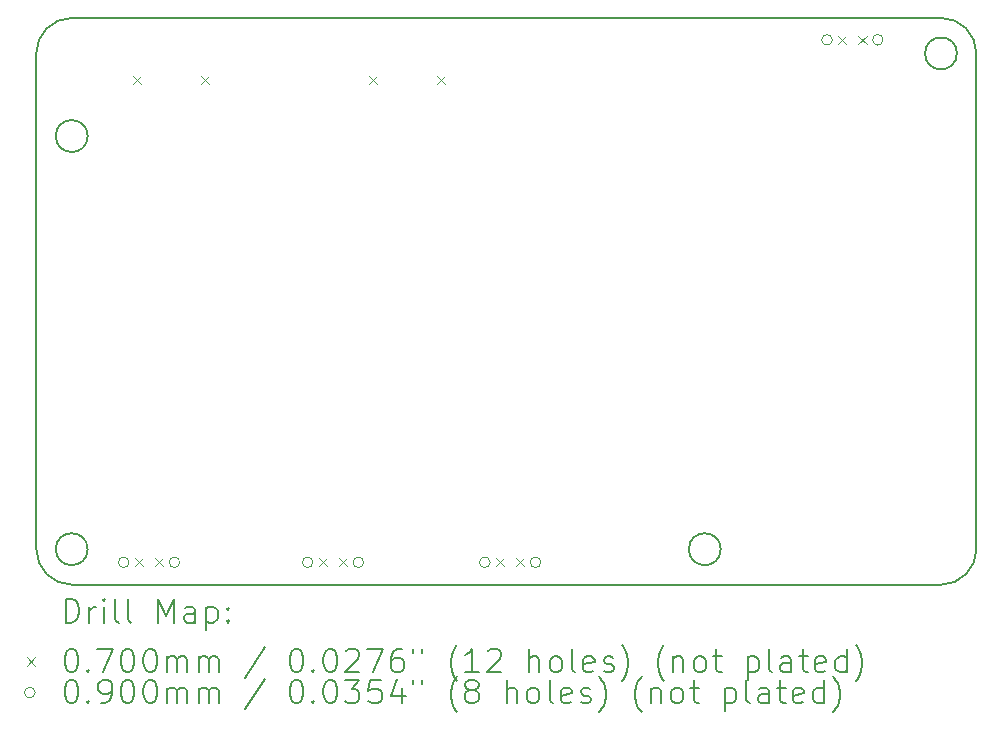
<source format=gbr>
%TF.GenerationSoftware,KiCad,Pcbnew,8.0.2*%
%TF.CreationDate,2024-05-30T21:42:03+08:00*%
%TF.ProjectId,pppc_usb_hub,70707063-5f75-4736-925f-6875622e6b69,rev?*%
%TF.SameCoordinates,Original*%
%TF.FileFunction,Drillmap*%
%TF.FilePolarity,Positive*%
%FSLAX45Y45*%
G04 Gerber Fmt 4.5, Leading zero omitted, Abs format (unit mm)*
G04 Created by KiCad (PCBNEW 8.0.2) date 2024-05-30 21:42:03*
%MOMM*%
%LPD*%
G01*
G04 APERTURE LIST*
%ADD10C,0.200000*%
%ADD11C,0.100000*%
G04 APERTURE END LIST*
D10*
X11170000Y-8101000D02*
X18530000Y-8101000D01*
X18665000Y-8401000D02*
G75*
G02*
X18395000Y-8401000I-135000J0D01*
G01*
X18395000Y-8401000D02*
G75*
G02*
X18665000Y-8401000I135000J0D01*
G01*
X18530000Y-12899000D02*
X11170000Y-12899000D01*
X10870000Y-12599000D02*
X10870000Y-8401000D01*
X11170000Y-12899000D02*
G75*
G02*
X10870000Y-12599000I0J300000D01*
G01*
X11305000Y-9101000D02*
G75*
G02*
X11035000Y-9101000I-135000J0D01*
G01*
X11035000Y-9101000D02*
G75*
G02*
X11305000Y-9101000I135000J0D01*
G01*
X18830000Y-12599000D02*
G75*
G02*
X18530000Y-12899000I-300000J0D01*
G01*
X11305000Y-12599000D02*
G75*
G02*
X11035000Y-12599000I-135000J0D01*
G01*
X11035000Y-12599000D02*
G75*
G02*
X11305000Y-12599000I135000J0D01*
G01*
X10870000Y-8401000D02*
G75*
G02*
X11170000Y-8101000I300000J0D01*
G01*
X18530000Y-8101000D02*
G75*
G02*
X18830000Y-8401000I0J-300000D01*
G01*
X16665000Y-12599000D02*
G75*
G02*
X16395000Y-12599000I-135000J0D01*
G01*
X16395000Y-12599000D02*
G75*
G02*
X16665000Y-12599000I135000J0D01*
G01*
X18830000Y-8401000D02*
X18830000Y-12599000D01*
D11*
X11685890Y-8594340D02*
X11755890Y-8664340D01*
X11755890Y-8594340D02*
X11685890Y-8664340D01*
X11705000Y-12675000D02*
X11775000Y-12745000D01*
X11775000Y-12675000D02*
X11705000Y-12745000D01*
X11875000Y-12675000D02*
X11945000Y-12745000D01*
X11945000Y-12675000D02*
X11875000Y-12745000D01*
X12263890Y-8594340D02*
X12333890Y-8664340D01*
X12333890Y-8594340D02*
X12263890Y-8664340D01*
X13262410Y-12675000D02*
X13332410Y-12745000D01*
X13332410Y-12675000D02*
X13262410Y-12745000D01*
X13432410Y-12675000D02*
X13502410Y-12745000D01*
X13502410Y-12675000D02*
X13432410Y-12745000D01*
X13685890Y-8594340D02*
X13755890Y-8664340D01*
X13755890Y-8594340D02*
X13685890Y-8664340D01*
X14263890Y-8594340D02*
X14333890Y-8664340D01*
X14333890Y-8594340D02*
X14263890Y-8664340D01*
X14762410Y-12675000D02*
X14832410Y-12745000D01*
X14832410Y-12675000D02*
X14762410Y-12745000D01*
X14932410Y-12675000D02*
X15002410Y-12745000D01*
X15002410Y-12675000D02*
X14932410Y-12745000D01*
X17659990Y-8251350D02*
X17729990Y-8321350D01*
X17729990Y-8251350D02*
X17659990Y-8321350D01*
X17829990Y-8251350D02*
X17899990Y-8321350D01*
X17899990Y-8251350D02*
X17829990Y-8321350D01*
X11655000Y-12710000D02*
G75*
G02*
X11565000Y-12710000I-45000J0D01*
G01*
X11565000Y-12710000D02*
G75*
G02*
X11655000Y-12710000I45000J0D01*
G01*
X12085000Y-12710000D02*
G75*
G02*
X11995000Y-12710000I-45000J0D01*
G01*
X11995000Y-12710000D02*
G75*
G02*
X12085000Y-12710000I45000J0D01*
G01*
X13212410Y-12710000D02*
G75*
G02*
X13122410Y-12710000I-45000J0D01*
G01*
X13122410Y-12710000D02*
G75*
G02*
X13212410Y-12710000I45000J0D01*
G01*
X13642410Y-12710000D02*
G75*
G02*
X13552410Y-12710000I-45000J0D01*
G01*
X13552410Y-12710000D02*
G75*
G02*
X13642410Y-12710000I45000J0D01*
G01*
X14712410Y-12710000D02*
G75*
G02*
X14622410Y-12710000I-45000J0D01*
G01*
X14622410Y-12710000D02*
G75*
G02*
X14712410Y-12710000I45000J0D01*
G01*
X15142410Y-12710000D02*
G75*
G02*
X15052410Y-12710000I-45000J0D01*
G01*
X15052410Y-12710000D02*
G75*
G02*
X15142410Y-12710000I45000J0D01*
G01*
X17609990Y-8286350D02*
G75*
G02*
X17519990Y-8286350I-45000J0D01*
G01*
X17519990Y-8286350D02*
G75*
G02*
X17609990Y-8286350I45000J0D01*
G01*
X18039990Y-8286350D02*
G75*
G02*
X17949990Y-8286350I-45000J0D01*
G01*
X17949990Y-8286350D02*
G75*
G02*
X18039990Y-8286350I45000J0D01*
G01*
D10*
X11120777Y-13220484D02*
X11120777Y-13020484D01*
X11120777Y-13020484D02*
X11168396Y-13020484D01*
X11168396Y-13020484D02*
X11196967Y-13030008D01*
X11196967Y-13030008D02*
X11216015Y-13049055D01*
X11216015Y-13049055D02*
X11225539Y-13068103D01*
X11225539Y-13068103D02*
X11235062Y-13106198D01*
X11235062Y-13106198D02*
X11235062Y-13134769D01*
X11235062Y-13134769D02*
X11225539Y-13172865D01*
X11225539Y-13172865D02*
X11216015Y-13191912D01*
X11216015Y-13191912D02*
X11196967Y-13210960D01*
X11196967Y-13210960D02*
X11168396Y-13220484D01*
X11168396Y-13220484D02*
X11120777Y-13220484D01*
X11320777Y-13220484D02*
X11320777Y-13087150D01*
X11320777Y-13125246D02*
X11330301Y-13106198D01*
X11330301Y-13106198D02*
X11339824Y-13096674D01*
X11339824Y-13096674D02*
X11358872Y-13087150D01*
X11358872Y-13087150D02*
X11377920Y-13087150D01*
X11444586Y-13220484D02*
X11444586Y-13087150D01*
X11444586Y-13020484D02*
X11435062Y-13030008D01*
X11435062Y-13030008D02*
X11444586Y-13039531D01*
X11444586Y-13039531D02*
X11454110Y-13030008D01*
X11454110Y-13030008D02*
X11444586Y-13020484D01*
X11444586Y-13020484D02*
X11444586Y-13039531D01*
X11568396Y-13220484D02*
X11549348Y-13210960D01*
X11549348Y-13210960D02*
X11539824Y-13191912D01*
X11539824Y-13191912D02*
X11539824Y-13020484D01*
X11673158Y-13220484D02*
X11654110Y-13210960D01*
X11654110Y-13210960D02*
X11644586Y-13191912D01*
X11644586Y-13191912D02*
X11644586Y-13020484D01*
X11901729Y-13220484D02*
X11901729Y-13020484D01*
X11901729Y-13020484D02*
X11968396Y-13163341D01*
X11968396Y-13163341D02*
X12035062Y-13020484D01*
X12035062Y-13020484D02*
X12035062Y-13220484D01*
X12216015Y-13220484D02*
X12216015Y-13115722D01*
X12216015Y-13115722D02*
X12206491Y-13096674D01*
X12206491Y-13096674D02*
X12187443Y-13087150D01*
X12187443Y-13087150D02*
X12149348Y-13087150D01*
X12149348Y-13087150D02*
X12130301Y-13096674D01*
X12216015Y-13210960D02*
X12196967Y-13220484D01*
X12196967Y-13220484D02*
X12149348Y-13220484D01*
X12149348Y-13220484D02*
X12130301Y-13210960D01*
X12130301Y-13210960D02*
X12120777Y-13191912D01*
X12120777Y-13191912D02*
X12120777Y-13172865D01*
X12120777Y-13172865D02*
X12130301Y-13153817D01*
X12130301Y-13153817D02*
X12149348Y-13144293D01*
X12149348Y-13144293D02*
X12196967Y-13144293D01*
X12196967Y-13144293D02*
X12216015Y-13134769D01*
X12311253Y-13087150D02*
X12311253Y-13287150D01*
X12311253Y-13096674D02*
X12330301Y-13087150D01*
X12330301Y-13087150D02*
X12368396Y-13087150D01*
X12368396Y-13087150D02*
X12387443Y-13096674D01*
X12387443Y-13096674D02*
X12396967Y-13106198D01*
X12396967Y-13106198D02*
X12406491Y-13125246D01*
X12406491Y-13125246D02*
X12406491Y-13182388D01*
X12406491Y-13182388D02*
X12396967Y-13201436D01*
X12396967Y-13201436D02*
X12387443Y-13210960D01*
X12387443Y-13210960D02*
X12368396Y-13220484D01*
X12368396Y-13220484D02*
X12330301Y-13220484D01*
X12330301Y-13220484D02*
X12311253Y-13210960D01*
X12492205Y-13201436D02*
X12501729Y-13210960D01*
X12501729Y-13210960D02*
X12492205Y-13220484D01*
X12492205Y-13220484D02*
X12482682Y-13210960D01*
X12482682Y-13210960D02*
X12492205Y-13201436D01*
X12492205Y-13201436D02*
X12492205Y-13220484D01*
X12492205Y-13096674D02*
X12501729Y-13106198D01*
X12501729Y-13106198D02*
X12492205Y-13115722D01*
X12492205Y-13115722D02*
X12482682Y-13106198D01*
X12482682Y-13106198D02*
X12492205Y-13096674D01*
X12492205Y-13096674D02*
X12492205Y-13115722D01*
D11*
X10790000Y-13514000D02*
X10860000Y-13584000D01*
X10860000Y-13514000D02*
X10790000Y-13584000D01*
D10*
X11158872Y-13440484D02*
X11177920Y-13440484D01*
X11177920Y-13440484D02*
X11196967Y-13450008D01*
X11196967Y-13450008D02*
X11206491Y-13459531D01*
X11206491Y-13459531D02*
X11216015Y-13478579D01*
X11216015Y-13478579D02*
X11225539Y-13516674D01*
X11225539Y-13516674D02*
X11225539Y-13564293D01*
X11225539Y-13564293D02*
X11216015Y-13602388D01*
X11216015Y-13602388D02*
X11206491Y-13621436D01*
X11206491Y-13621436D02*
X11196967Y-13630960D01*
X11196967Y-13630960D02*
X11177920Y-13640484D01*
X11177920Y-13640484D02*
X11158872Y-13640484D01*
X11158872Y-13640484D02*
X11139824Y-13630960D01*
X11139824Y-13630960D02*
X11130301Y-13621436D01*
X11130301Y-13621436D02*
X11120777Y-13602388D01*
X11120777Y-13602388D02*
X11111253Y-13564293D01*
X11111253Y-13564293D02*
X11111253Y-13516674D01*
X11111253Y-13516674D02*
X11120777Y-13478579D01*
X11120777Y-13478579D02*
X11130301Y-13459531D01*
X11130301Y-13459531D02*
X11139824Y-13450008D01*
X11139824Y-13450008D02*
X11158872Y-13440484D01*
X11311253Y-13621436D02*
X11320777Y-13630960D01*
X11320777Y-13630960D02*
X11311253Y-13640484D01*
X11311253Y-13640484D02*
X11301729Y-13630960D01*
X11301729Y-13630960D02*
X11311253Y-13621436D01*
X11311253Y-13621436D02*
X11311253Y-13640484D01*
X11387443Y-13440484D02*
X11520777Y-13440484D01*
X11520777Y-13440484D02*
X11435062Y-13640484D01*
X11635062Y-13440484D02*
X11654110Y-13440484D01*
X11654110Y-13440484D02*
X11673158Y-13450008D01*
X11673158Y-13450008D02*
X11682682Y-13459531D01*
X11682682Y-13459531D02*
X11692205Y-13478579D01*
X11692205Y-13478579D02*
X11701729Y-13516674D01*
X11701729Y-13516674D02*
X11701729Y-13564293D01*
X11701729Y-13564293D02*
X11692205Y-13602388D01*
X11692205Y-13602388D02*
X11682682Y-13621436D01*
X11682682Y-13621436D02*
X11673158Y-13630960D01*
X11673158Y-13630960D02*
X11654110Y-13640484D01*
X11654110Y-13640484D02*
X11635062Y-13640484D01*
X11635062Y-13640484D02*
X11616015Y-13630960D01*
X11616015Y-13630960D02*
X11606491Y-13621436D01*
X11606491Y-13621436D02*
X11596967Y-13602388D01*
X11596967Y-13602388D02*
X11587443Y-13564293D01*
X11587443Y-13564293D02*
X11587443Y-13516674D01*
X11587443Y-13516674D02*
X11596967Y-13478579D01*
X11596967Y-13478579D02*
X11606491Y-13459531D01*
X11606491Y-13459531D02*
X11616015Y-13450008D01*
X11616015Y-13450008D02*
X11635062Y-13440484D01*
X11825539Y-13440484D02*
X11844586Y-13440484D01*
X11844586Y-13440484D02*
X11863634Y-13450008D01*
X11863634Y-13450008D02*
X11873158Y-13459531D01*
X11873158Y-13459531D02*
X11882682Y-13478579D01*
X11882682Y-13478579D02*
X11892205Y-13516674D01*
X11892205Y-13516674D02*
X11892205Y-13564293D01*
X11892205Y-13564293D02*
X11882682Y-13602388D01*
X11882682Y-13602388D02*
X11873158Y-13621436D01*
X11873158Y-13621436D02*
X11863634Y-13630960D01*
X11863634Y-13630960D02*
X11844586Y-13640484D01*
X11844586Y-13640484D02*
X11825539Y-13640484D01*
X11825539Y-13640484D02*
X11806491Y-13630960D01*
X11806491Y-13630960D02*
X11796967Y-13621436D01*
X11796967Y-13621436D02*
X11787443Y-13602388D01*
X11787443Y-13602388D02*
X11777920Y-13564293D01*
X11777920Y-13564293D02*
X11777920Y-13516674D01*
X11777920Y-13516674D02*
X11787443Y-13478579D01*
X11787443Y-13478579D02*
X11796967Y-13459531D01*
X11796967Y-13459531D02*
X11806491Y-13450008D01*
X11806491Y-13450008D02*
X11825539Y-13440484D01*
X11977920Y-13640484D02*
X11977920Y-13507150D01*
X11977920Y-13526198D02*
X11987443Y-13516674D01*
X11987443Y-13516674D02*
X12006491Y-13507150D01*
X12006491Y-13507150D02*
X12035063Y-13507150D01*
X12035063Y-13507150D02*
X12054110Y-13516674D01*
X12054110Y-13516674D02*
X12063634Y-13535722D01*
X12063634Y-13535722D02*
X12063634Y-13640484D01*
X12063634Y-13535722D02*
X12073158Y-13516674D01*
X12073158Y-13516674D02*
X12092205Y-13507150D01*
X12092205Y-13507150D02*
X12120777Y-13507150D01*
X12120777Y-13507150D02*
X12139824Y-13516674D01*
X12139824Y-13516674D02*
X12149348Y-13535722D01*
X12149348Y-13535722D02*
X12149348Y-13640484D01*
X12244586Y-13640484D02*
X12244586Y-13507150D01*
X12244586Y-13526198D02*
X12254110Y-13516674D01*
X12254110Y-13516674D02*
X12273158Y-13507150D01*
X12273158Y-13507150D02*
X12301729Y-13507150D01*
X12301729Y-13507150D02*
X12320777Y-13516674D01*
X12320777Y-13516674D02*
X12330301Y-13535722D01*
X12330301Y-13535722D02*
X12330301Y-13640484D01*
X12330301Y-13535722D02*
X12339824Y-13516674D01*
X12339824Y-13516674D02*
X12358872Y-13507150D01*
X12358872Y-13507150D02*
X12387443Y-13507150D01*
X12387443Y-13507150D02*
X12406491Y-13516674D01*
X12406491Y-13516674D02*
X12416015Y-13535722D01*
X12416015Y-13535722D02*
X12416015Y-13640484D01*
X12806491Y-13430960D02*
X12635063Y-13688103D01*
X13063634Y-13440484D02*
X13082682Y-13440484D01*
X13082682Y-13440484D02*
X13101729Y-13450008D01*
X13101729Y-13450008D02*
X13111253Y-13459531D01*
X13111253Y-13459531D02*
X13120777Y-13478579D01*
X13120777Y-13478579D02*
X13130301Y-13516674D01*
X13130301Y-13516674D02*
X13130301Y-13564293D01*
X13130301Y-13564293D02*
X13120777Y-13602388D01*
X13120777Y-13602388D02*
X13111253Y-13621436D01*
X13111253Y-13621436D02*
X13101729Y-13630960D01*
X13101729Y-13630960D02*
X13082682Y-13640484D01*
X13082682Y-13640484D02*
X13063634Y-13640484D01*
X13063634Y-13640484D02*
X13044586Y-13630960D01*
X13044586Y-13630960D02*
X13035063Y-13621436D01*
X13035063Y-13621436D02*
X13025539Y-13602388D01*
X13025539Y-13602388D02*
X13016015Y-13564293D01*
X13016015Y-13564293D02*
X13016015Y-13516674D01*
X13016015Y-13516674D02*
X13025539Y-13478579D01*
X13025539Y-13478579D02*
X13035063Y-13459531D01*
X13035063Y-13459531D02*
X13044586Y-13450008D01*
X13044586Y-13450008D02*
X13063634Y-13440484D01*
X13216015Y-13621436D02*
X13225539Y-13630960D01*
X13225539Y-13630960D02*
X13216015Y-13640484D01*
X13216015Y-13640484D02*
X13206491Y-13630960D01*
X13206491Y-13630960D02*
X13216015Y-13621436D01*
X13216015Y-13621436D02*
X13216015Y-13640484D01*
X13349348Y-13440484D02*
X13368396Y-13440484D01*
X13368396Y-13440484D02*
X13387444Y-13450008D01*
X13387444Y-13450008D02*
X13396967Y-13459531D01*
X13396967Y-13459531D02*
X13406491Y-13478579D01*
X13406491Y-13478579D02*
X13416015Y-13516674D01*
X13416015Y-13516674D02*
X13416015Y-13564293D01*
X13416015Y-13564293D02*
X13406491Y-13602388D01*
X13406491Y-13602388D02*
X13396967Y-13621436D01*
X13396967Y-13621436D02*
X13387444Y-13630960D01*
X13387444Y-13630960D02*
X13368396Y-13640484D01*
X13368396Y-13640484D02*
X13349348Y-13640484D01*
X13349348Y-13640484D02*
X13330301Y-13630960D01*
X13330301Y-13630960D02*
X13320777Y-13621436D01*
X13320777Y-13621436D02*
X13311253Y-13602388D01*
X13311253Y-13602388D02*
X13301729Y-13564293D01*
X13301729Y-13564293D02*
X13301729Y-13516674D01*
X13301729Y-13516674D02*
X13311253Y-13478579D01*
X13311253Y-13478579D02*
X13320777Y-13459531D01*
X13320777Y-13459531D02*
X13330301Y-13450008D01*
X13330301Y-13450008D02*
X13349348Y-13440484D01*
X13492206Y-13459531D02*
X13501729Y-13450008D01*
X13501729Y-13450008D02*
X13520777Y-13440484D01*
X13520777Y-13440484D02*
X13568396Y-13440484D01*
X13568396Y-13440484D02*
X13587444Y-13450008D01*
X13587444Y-13450008D02*
X13596967Y-13459531D01*
X13596967Y-13459531D02*
X13606491Y-13478579D01*
X13606491Y-13478579D02*
X13606491Y-13497627D01*
X13606491Y-13497627D02*
X13596967Y-13526198D01*
X13596967Y-13526198D02*
X13482682Y-13640484D01*
X13482682Y-13640484D02*
X13606491Y-13640484D01*
X13673158Y-13440484D02*
X13806491Y-13440484D01*
X13806491Y-13440484D02*
X13720777Y-13640484D01*
X13968396Y-13440484D02*
X13930301Y-13440484D01*
X13930301Y-13440484D02*
X13911253Y-13450008D01*
X13911253Y-13450008D02*
X13901729Y-13459531D01*
X13901729Y-13459531D02*
X13882682Y-13488103D01*
X13882682Y-13488103D02*
X13873158Y-13526198D01*
X13873158Y-13526198D02*
X13873158Y-13602388D01*
X13873158Y-13602388D02*
X13882682Y-13621436D01*
X13882682Y-13621436D02*
X13892206Y-13630960D01*
X13892206Y-13630960D02*
X13911253Y-13640484D01*
X13911253Y-13640484D02*
X13949348Y-13640484D01*
X13949348Y-13640484D02*
X13968396Y-13630960D01*
X13968396Y-13630960D02*
X13977920Y-13621436D01*
X13977920Y-13621436D02*
X13987444Y-13602388D01*
X13987444Y-13602388D02*
X13987444Y-13554769D01*
X13987444Y-13554769D02*
X13977920Y-13535722D01*
X13977920Y-13535722D02*
X13968396Y-13526198D01*
X13968396Y-13526198D02*
X13949348Y-13516674D01*
X13949348Y-13516674D02*
X13911253Y-13516674D01*
X13911253Y-13516674D02*
X13892206Y-13526198D01*
X13892206Y-13526198D02*
X13882682Y-13535722D01*
X13882682Y-13535722D02*
X13873158Y-13554769D01*
X14063634Y-13440484D02*
X14063634Y-13478579D01*
X14139825Y-13440484D02*
X14139825Y-13478579D01*
X14435063Y-13716674D02*
X14425539Y-13707150D01*
X14425539Y-13707150D02*
X14406491Y-13678579D01*
X14406491Y-13678579D02*
X14396968Y-13659531D01*
X14396968Y-13659531D02*
X14387444Y-13630960D01*
X14387444Y-13630960D02*
X14377920Y-13583341D01*
X14377920Y-13583341D02*
X14377920Y-13545246D01*
X14377920Y-13545246D02*
X14387444Y-13497627D01*
X14387444Y-13497627D02*
X14396968Y-13469055D01*
X14396968Y-13469055D02*
X14406491Y-13450008D01*
X14406491Y-13450008D02*
X14425539Y-13421436D01*
X14425539Y-13421436D02*
X14435063Y-13411912D01*
X14616015Y-13640484D02*
X14501729Y-13640484D01*
X14558872Y-13640484D02*
X14558872Y-13440484D01*
X14558872Y-13440484D02*
X14539825Y-13469055D01*
X14539825Y-13469055D02*
X14520777Y-13488103D01*
X14520777Y-13488103D02*
X14501729Y-13497627D01*
X14692206Y-13459531D02*
X14701729Y-13450008D01*
X14701729Y-13450008D02*
X14720777Y-13440484D01*
X14720777Y-13440484D02*
X14768396Y-13440484D01*
X14768396Y-13440484D02*
X14787444Y-13450008D01*
X14787444Y-13450008D02*
X14796968Y-13459531D01*
X14796968Y-13459531D02*
X14806491Y-13478579D01*
X14806491Y-13478579D02*
X14806491Y-13497627D01*
X14806491Y-13497627D02*
X14796968Y-13526198D01*
X14796968Y-13526198D02*
X14682682Y-13640484D01*
X14682682Y-13640484D02*
X14806491Y-13640484D01*
X15044587Y-13640484D02*
X15044587Y-13440484D01*
X15130301Y-13640484D02*
X15130301Y-13535722D01*
X15130301Y-13535722D02*
X15120777Y-13516674D01*
X15120777Y-13516674D02*
X15101730Y-13507150D01*
X15101730Y-13507150D02*
X15073158Y-13507150D01*
X15073158Y-13507150D02*
X15054110Y-13516674D01*
X15054110Y-13516674D02*
X15044587Y-13526198D01*
X15254110Y-13640484D02*
X15235063Y-13630960D01*
X15235063Y-13630960D02*
X15225539Y-13621436D01*
X15225539Y-13621436D02*
X15216015Y-13602388D01*
X15216015Y-13602388D02*
X15216015Y-13545246D01*
X15216015Y-13545246D02*
X15225539Y-13526198D01*
X15225539Y-13526198D02*
X15235063Y-13516674D01*
X15235063Y-13516674D02*
X15254110Y-13507150D01*
X15254110Y-13507150D02*
X15282682Y-13507150D01*
X15282682Y-13507150D02*
X15301730Y-13516674D01*
X15301730Y-13516674D02*
X15311253Y-13526198D01*
X15311253Y-13526198D02*
X15320777Y-13545246D01*
X15320777Y-13545246D02*
X15320777Y-13602388D01*
X15320777Y-13602388D02*
X15311253Y-13621436D01*
X15311253Y-13621436D02*
X15301730Y-13630960D01*
X15301730Y-13630960D02*
X15282682Y-13640484D01*
X15282682Y-13640484D02*
X15254110Y-13640484D01*
X15435063Y-13640484D02*
X15416015Y-13630960D01*
X15416015Y-13630960D02*
X15406491Y-13611912D01*
X15406491Y-13611912D02*
X15406491Y-13440484D01*
X15587444Y-13630960D02*
X15568396Y-13640484D01*
X15568396Y-13640484D02*
X15530301Y-13640484D01*
X15530301Y-13640484D02*
X15511253Y-13630960D01*
X15511253Y-13630960D02*
X15501730Y-13611912D01*
X15501730Y-13611912D02*
X15501730Y-13535722D01*
X15501730Y-13535722D02*
X15511253Y-13516674D01*
X15511253Y-13516674D02*
X15530301Y-13507150D01*
X15530301Y-13507150D02*
X15568396Y-13507150D01*
X15568396Y-13507150D02*
X15587444Y-13516674D01*
X15587444Y-13516674D02*
X15596968Y-13535722D01*
X15596968Y-13535722D02*
X15596968Y-13554769D01*
X15596968Y-13554769D02*
X15501730Y-13573817D01*
X15673158Y-13630960D02*
X15692206Y-13640484D01*
X15692206Y-13640484D02*
X15730301Y-13640484D01*
X15730301Y-13640484D02*
X15749349Y-13630960D01*
X15749349Y-13630960D02*
X15758872Y-13611912D01*
X15758872Y-13611912D02*
X15758872Y-13602388D01*
X15758872Y-13602388D02*
X15749349Y-13583341D01*
X15749349Y-13583341D02*
X15730301Y-13573817D01*
X15730301Y-13573817D02*
X15701730Y-13573817D01*
X15701730Y-13573817D02*
X15682682Y-13564293D01*
X15682682Y-13564293D02*
X15673158Y-13545246D01*
X15673158Y-13545246D02*
X15673158Y-13535722D01*
X15673158Y-13535722D02*
X15682682Y-13516674D01*
X15682682Y-13516674D02*
X15701730Y-13507150D01*
X15701730Y-13507150D02*
X15730301Y-13507150D01*
X15730301Y-13507150D02*
X15749349Y-13516674D01*
X15825539Y-13716674D02*
X15835063Y-13707150D01*
X15835063Y-13707150D02*
X15854111Y-13678579D01*
X15854111Y-13678579D02*
X15863634Y-13659531D01*
X15863634Y-13659531D02*
X15873158Y-13630960D01*
X15873158Y-13630960D02*
X15882682Y-13583341D01*
X15882682Y-13583341D02*
X15882682Y-13545246D01*
X15882682Y-13545246D02*
X15873158Y-13497627D01*
X15873158Y-13497627D02*
X15863634Y-13469055D01*
X15863634Y-13469055D02*
X15854111Y-13450008D01*
X15854111Y-13450008D02*
X15835063Y-13421436D01*
X15835063Y-13421436D02*
X15825539Y-13411912D01*
X16187444Y-13716674D02*
X16177920Y-13707150D01*
X16177920Y-13707150D02*
X16158872Y-13678579D01*
X16158872Y-13678579D02*
X16149349Y-13659531D01*
X16149349Y-13659531D02*
X16139825Y-13630960D01*
X16139825Y-13630960D02*
X16130301Y-13583341D01*
X16130301Y-13583341D02*
X16130301Y-13545246D01*
X16130301Y-13545246D02*
X16139825Y-13497627D01*
X16139825Y-13497627D02*
X16149349Y-13469055D01*
X16149349Y-13469055D02*
X16158872Y-13450008D01*
X16158872Y-13450008D02*
X16177920Y-13421436D01*
X16177920Y-13421436D02*
X16187444Y-13411912D01*
X16263634Y-13507150D02*
X16263634Y-13640484D01*
X16263634Y-13526198D02*
X16273158Y-13516674D01*
X16273158Y-13516674D02*
X16292206Y-13507150D01*
X16292206Y-13507150D02*
X16320777Y-13507150D01*
X16320777Y-13507150D02*
X16339825Y-13516674D01*
X16339825Y-13516674D02*
X16349349Y-13535722D01*
X16349349Y-13535722D02*
X16349349Y-13640484D01*
X16473158Y-13640484D02*
X16454111Y-13630960D01*
X16454111Y-13630960D02*
X16444587Y-13621436D01*
X16444587Y-13621436D02*
X16435063Y-13602388D01*
X16435063Y-13602388D02*
X16435063Y-13545246D01*
X16435063Y-13545246D02*
X16444587Y-13526198D01*
X16444587Y-13526198D02*
X16454111Y-13516674D01*
X16454111Y-13516674D02*
X16473158Y-13507150D01*
X16473158Y-13507150D02*
X16501730Y-13507150D01*
X16501730Y-13507150D02*
X16520777Y-13516674D01*
X16520777Y-13516674D02*
X16530301Y-13526198D01*
X16530301Y-13526198D02*
X16539825Y-13545246D01*
X16539825Y-13545246D02*
X16539825Y-13602388D01*
X16539825Y-13602388D02*
X16530301Y-13621436D01*
X16530301Y-13621436D02*
X16520777Y-13630960D01*
X16520777Y-13630960D02*
X16501730Y-13640484D01*
X16501730Y-13640484D02*
X16473158Y-13640484D01*
X16596968Y-13507150D02*
X16673158Y-13507150D01*
X16625539Y-13440484D02*
X16625539Y-13611912D01*
X16625539Y-13611912D02*
X16635063Y-13630960D01*
X16635063Y-13630960D02*
X16654111Y-13640484D01*
X16654111Y-13640484D02*
X16673158Y-13640484D01*
X16892206Y-13507150D02*
X16892206Y-13707150D01*
X16892206Y-13516674D02*
X16911254Y-13507150D01*
X16911254Y-13507150D02*
X16949349Y-13507150D01*
X16949349Y-13507150D02*
X16968396Y-13516674D01*
X16968396Y-13516674D02*
X16977920Y-13526198D01*
X16977920Y-13526198D02*
X16987444Y-13545246D01*
X16987444Y-13545246D02*
X16987444Y-13602388D01*
X16987444Y-13602388D02*
X16977920Y-13621436D01*
X16977920Y-13621436D02*
X16968396Y-13630960D01*
X16968396Y-13630960D02*
X16949349Y-13640484D01*
X16949349Y-13640484D02*
X16911254Y-13640484D01*
X16911254Y-13640484D02*
X16892206Y-13630960D01*
X17101730Y-13640484D02*
X17082682Y-13630960D01*
X17082682Y-13630960D02*
X17073158Y-13611912D01*
X17073158Y-13611912D02*
X17073158Y-13440484D01*
X17263635Y-13640484D02*
X17263635Y-13535722D01*
X17263635Y-13535722D02*
X17254111Y-13516674D01*
X17254111Y-13516674D02*
X17235063Y-13507150D01*
X17235063Y-13507150D02*
X17196968Y-13507150D01*
X17196968Y-13507150D02*
X17177920Y-13516674D01*
X17263635Y-13630960D02*
X17244587Y-13640484D01*
X17244587Y-13640484D02*
X17196968Y-13640484D01*
X17196968Y-13640484D02*
X17177920Y-13630960D01*
X17177920Y-13630960D02*
X17168396Y-13611912D01*
X17168396Y-13611912D02*
X17168396Y-13592865D01*
X17168396Y-13592865D02*
X17177920Y-13573817D01*
X17177920Y-13573817D02*
X17196968Y-13564293D01*
X17196968Y-13564293D02*
X17244587Y-13564293D01*
X17244587Y-13564293D02*
X17263635Y-13554769D01*
X17330301Y-13507150D02*
X17406492Y-13507150D01*
X17358873Y-13440484D02*
X17358873Y-13611912D01*
X17358873Y-13611912D02*
X17368396Y-13630960D01*
X17368396Y-13630960D02*
X17387444Y-13640484D01*
X17387444Y-13640484D02*
X17406492Y-13640484D01*
X17549349Y-13630960D02*
X17530301Y-13640484D01*
X17530301Y-13640484D02*
X17492206Y-13640484D01*
X17492206Y-13640484D02*
X17473158Y-13630960D01*
X17473158Y-13630960D02*
X17463635Y-13611912D01*
X17463635Y-13611912D02*
X17463635Y-13535722D01*
X17463635Y-13535722D02*
X17473158Y-13516674D01*
X17473158Y-13516674D02*
X17492206Y-13507150D01*
X17492206Y-13507150D02*
X17530301Y-13507150D01*
X17530301Y-13507150D02*
X17549349Y-13516674D01*
X17549349Y-13516674D02*
X17558873Y-13535722D01*
X17558873Y-13535722D02*
X17558873Y-13554769D01*
X17558873Y-13554769D02*
X17463635Y-13573817D01*
X17730301Y-13640484D02*
X17730301Y-13440484D01*
X17730301Y-13630960D02*
X17711254Y-13640484D01*
X17711254Y-13640484D02*
X17673158Y-13640484D01*
X17673158Y-13640484D02*
X17654111Y-13630960D01*
X17654111Y-13630960D02*
X17644587Y-13621436D01*
X17644587Y-13621436D02*
X17635063Y-13602388D01*
X17635063Y-13602388D02*
X17635063Y-13545246D01*
X17635063Y-13545246D02*
X17644587Y-13526198D01*
X17644587Y-13526198D02*
X17654111Y-13516674D01*
X17654111Y-13516674D02*
X17673158Y-13507150D01*
X17673158Y-13507150D02*
X17711254Y-13507150D01*
X17711254Y-13507150D02*
X17730301Y-13516674D01*
X17806492Y-13716674D02*
X17816016Y-13707150D01*
X17816016Y-13707150D02*
X17835063Y-13678579D01*
X17835063Y-13678579D02*
X17844587Y-13659531D01*
X17844587Y-13659531D02*
X17854111Y-13630960D01*
X17854111Y-13630960D02*
X17863635Y-13583341D01*
X17863635Y-13583341D02*
X17863635Y-13545246D01*
X17863635Y-13545246D02*
X17854111Y-13497627D01*
X17854111Y-13497627D02*
X17844587Y-13469055D01*
X17844587Y-13469055D02*
X17835063Y-13450008D01*
X17835063Y-13450008D02*
X17816016Y-13421436D01*
X17816016Y-13421436D02*
X17806492Y-13411912D01*
D11*
X10860000Y-13813000D02*
G75*
G02*
X10770000Y-13813000I-45000J0D01*
G01*
X10770000Y-13813000D02*
G75*
G02*
X10860000Y-13813000I45000J0D01*
G01*
D10*
X11158872Y-13704484D02*
X11177920Y-13704484D01*
X11177920Y-13704484D02*
X11196967Y-13714008D01*
X11196967Y-13714008D02*
X11206491Y-13723531D01*
X11206491Y-13723531D02*
X11216015Y-13742579D01*
X11216015Y-13742579D02*
X11225539Y-13780674D01*
X11225539Y-13780674D02*
X11225539Y-13828293D01*
X11225539Y-13828293D02*
X11216015Y-13866388D01*
X11216015Y-13866388D02*
X11206491Y-13885436D01*
X11206491Y-13885436D02*
X11196967Y-13894960D01*
X11196967Y-13894960D02*
X11177920Y-13904484D01*
X11177920Y-13904484D02*
X11158872Y-13904484D01*
X11158872Y-13904484D02*
X11139824Y-13894960D01*
X11139824Y-13894960D02*
X11130301Y-13885436D01*
X11130301Y-13885436D02*
X11120777Y-13866388D01*
X11120777Y-13866388D02*
X11111253Y-13828293D01*
X11111253Y-13828293D02*
X11111253Y-13780674D01*
X11111253Y-13780674D02*
X11120777Y-13742579D01*
X11120777Y-13742579D02*
X11130301Y-13723531D01*
X11130301Y-13723531D02*
X11139824Y-13714008D01*
X11139824Y-13714008D02*
X11158872Y-13704484D01*
X11311253Y-13885436D02*
X11320777Y-13894960D01*
X11320777Y-13894960D02*
X11311253Y-13904484D01*
X11311253Y-13904484D02*
X11301729Y-13894960D01*
X11301729Y-13894960D02*
X11311253Y-13885436D01*
X11311253Y-13885436D02*
X11311253Y-13904484D01*
X11416015Y-13904484D02*
X11454110Y-13904484D01*
X11454110Y-13904484D02*
X11473158Y-13894960D01*
X11473158Y-13894960D02*
X11482682Y-13885436D01*
X11482682Y-13885436D02*
X11501729Y-13856865D01*
X11501729Y-13856865D02*
X11511253Y-13818769D01*
X11511253Y-13818769D02*
X11511253Y-13742579D01*
X11511253Y-13742579D02*
X11501729Y-13723531D01*
X11501729Y-13723531D02*
X11492205Y-13714008D01*
X11492205Y-13714008D02*
X11473158Y-13704484D01*
X11473158Y-13704484D02*
X11435062Y-13704484D01*
X11435062Y-13704484D02*
X11416015Y-13714008D01*
X11416015Y-13714008D02*
X11406491Y-13723531D01*
X11406491Y-13723531D02*
X11396967Y-13742579D01*
X11396967Y-13742579D02*
X11396967Y-13790198D01*
X11396967Y-13790198D02*
X11406491Y-13809246D01*
X11406491Y-13809246D02*
X11416015Y-13818769D01*
X11416015Y-13818769D02*
X11435062Y-13828293D01*
X11435062Y-13828293D02*
X11473158Y-13828293D01*
X11473158Y-13828293D02*
X11492205Y-13818769D01*
X11492205Y-13818769D02*
X11501729Y-13809246D01*
X11501729Y-13809246D02*
X11511253Y-13790198D01*
X11635062Y-13704484D02*
X11654110Y-13704484D01*
X11654110Y-13704484D02*
X11673158Y-13714008D01*
X11673158Y-13714008D02*
X11682682Y-13723531D01*
X11682682Y-13723531D02*
X11692205Y-13742579D01*
X11692205Y-13742579D02*
X11701729Y-13780674D01*
X11701729Y-13780674D02*
X11701729Y-13828293D01*
X11701729Y-13828293D02*
X11692205Y-13866388D01*
X11692205Y-13866388D02*
X11682682Y-13885436D01*
X11682682Y-13885436D02*
X11673158Y-13894960D01*
X11673158Y-13894960D02*
X11654110Y-13904484D01*
X11654110Y-13904484D02*
X11635062Y-13904484D01*
X11635062Y-13904484D02*
X11616015Y-13894960D01*
X11616015Y-13894960D02*
X11606491Y-13885436D01*
X11606491Y-13885436D02*
X11596967Y-13866388D01*
X11596967Y-13866388D02*
X11587443Y-13828293D01*
X11587443Y-13828293D02*
X11587443Y-13780674D01*
X11587443Y-13780674D02*
X11596967Y-13742579D01*
X11596967Y-13742579D02*
X11606491Y-13723531D01*
X11606491Y-13723531D02*
X11616015Y-13714008D01*
X11616015Y-13714008D02*
X11635062Y-13704484D01*
X11825539Y-13704484D02*
X11844586Y-13704484D01*
X11844586Y-13704484D02*
X11863634Y-13714008D01*
X11863634Y-13714008D02*
X11873158Y-13723531D01*
X11873158Y-13723531D02*
X11882682Y-13742579D01*
X11882682Y-13742579D02*
X11892205Y-13780674D01*
X11892205Y-13780674D02*
X11892205Y-13828293D01*
X11892205Y-13828293D02*
X11882682Y-13866388D01*
X11882682Y-13866388D02*
X11873158Y-13885436D01*
X11873158Y-13885436D02*
X11863634Y-13894960D01*
X11863634Y-13894960D02*
X11844586Y-13904484D01*
X11844586Y-13904484D02*
X11825539Y-13904484D01*
X11825539Y-13904484D02*
X11806491Y-13894960D01*
X11806491Y-13894960D02*
X11796967Y-13885436D01*
X11796967Y-13885436D02*
X11787443Y-13866388D01*
X11787443Y-13866388D02*
X11777920Y-13828293D01*
X11777920Y-13828293D02*
X11777920Y-13780674D01*
X11777920Y-13780674D02*
X11787443Y-13742579D01*
X11787443Y-13742579D02*
X11796967Y-13723531D01*
X11796967Y-13723531D02*
X11806491Y-13714008D01*
X11806491Y-13714008D02*
X11825539Y-13704484D01*
X11977920Y-13904484D02*
X11977920Y-13771150D01*
X11977920Y-13790198D02*
X11987443Y-13780674D01*
X11987443Y-13780674D02*
X12006491Y-13771150D01*
X12006491Y-13771150D02*
X12035063Y-13771150D01*
X12035063Y-13771150D02*
X12054110Y-13780674D01*
X12054110Y-13780674D02*
X12063634Y-13799722D01*
X12063634Y-13799722D02*
X12063634Y-13904484D01*
X12063634Y-13799722D02*
X12073158Y-13780674D01*
X12073158Y-13780674D02*
X12092205Y-13771150D01*
X12092205Y-13771150D02*
X12120777Y-13771150D01*
X12120777Y-13771150D02*
X12139824Y-13780674D01*
X12139824Y-13780674D02*
X12149348Y-13799722D01*
X12149348Y-13799722D02*
X12149348Y-13904484D01*
X12244586Y-13904484D02*
X12244586Y-13771150D01*
X12244586Y-13790198D02*
X12254110Y-13780674D01*
X12254110Y-13780674D02*
X12273158Y-13771150D01*
X12273158Y-13771150D02*
X12301729Y-13771150D01*
X12301729Y-13771150D02*
X12320777Y-13780674D01*
X12320777Y-13780674D02*
X12330301Y-13799722D01*
X12330301Y-13799722D02*
X12330301Y-13904484D01*
X12330301Y-13799722D02*
X12339824Y-13780674D01*
X12339824Y-13780674D02*
X12358872Y-13771150D01*
X12358872Y-13771150D02*
X12387443Y-13771150D01*
X12387443Y-13771150D02*
X12406491Y-13780674D01*
X12406491Y-13780674D02*
X12416015Y-13799722D01*
X12416015Y-13799722D02*
X12416015Y-13904484D01*
X12806491Y-13694960D02*
X12635063Y-13952103D01*
X13063634Y-13704484D02*
X13082682Y-13704484D01*
X13082682Y-13704484D02*
X13101729Y-13714008D01*
X13101729Y-13714008D02*
X13111253Y-13723531D01*
X13111253Y-13723531D02*
X13120777Y-13742579D01*
X13120777Y-13742579D02*
X13130301Y-13780674D01*
X13130301Y-13780674D02*
X13130301Y-13828293D01*
X13130301Y-13828293D02*
X13120777Y-13866388D01*
X13120777Y-13866388D02*
X13111253Y-13885436D01*
X13111253Y-13885436D02*
X13101729Y-13894960D01*
X13101729Y-13894960D02*
X13082682Y-13904484D01*
X13082682Y-13904484D02*
X13063634Y-13904484D01*
X13063634Y-13904484D02*
X13044586Y-13894960D01*
X13044586Y-13894960D02*
X13035063Y-13885436D01*
X13035063Y-13885436D02*
X13025539Y-13866388D01*
X13025539Y-13866388D02*
X13016015Y-13828293D01*
X13016015Y-13828293D02*
X13016015Y-13780674D01*
X13016015Y-13780674D02*
X13025539Y-13742579D01*
X13025539Y-13742579D02*
X13035063Y-13723531D01*
X13035063Y-13723531D02*
X13044586Y-13714008D01*
X13044586Y-13714008D02*
X13063634Y-13704484D01*
X13216015Y-13885436D02*
X13225539Y-13894960D01*
X13225539Y-13894960D02*
X13216015Y-13904484D01*
X13216015Y-13904484D02*
X13206491Y-13894960D01*
X13206491Y-13894960D02*
X13216015Y-13885436D01*
X13216015Y-13885436D02*
X13216015Y-13904484D01*
X13349348Y-13704484D02*
X13368396Y-13704484D01*
X13368396Y-13704484D02*
X13387444Y-13714008D01*
X13387444Y-13714008D02*
X13396967Y-13723531D01*
X13396967Y-13723531D02*
X13406491Y-13742579D01*
X13406491Y-13742579D02*
X13416015Y-13780674D01*
X13416015Y-13780674D02*
X13416015Y-13828293D01*
X13416015Y-13828293D02*
X13406491Y-13866388D01*
X13406491Y-13866388D02*
X13396967Y-13885436D01*
X13396967Y-13885436D02*
X13387444Y-13894960D01*
X13387444Y-13894960D02*
X13368396Y-13904484D01*
X13368396Y-13904484D02*
X13349348Y-13904484D01*
X13349348Y-13904484D02*
X13330301Y-13894960D01*
X13330301Y-13894960D02*
X13320777Y-13885436D01*
X13320777Y-13885436D02*
X13311253Y-13866388D01*
X13311253Y-13866388D02*
X13301729Y-13828293D01*
X13301729Y-13828293D02*
X13301729Y-13780674D01*
X13301729Y-13780674D02*
X13311253Y-13742579D01*
X13311253Y-13742579D02*
X13320777Y-13723531D01*
X13320777Y-13723531D02*
X13330301Y-13714008D01*
X13330301Y-13714008D02*
X13349348Y-13704484D01*
X13482682Y-13704484D02*
X13606491Y-13704484D01*
X13606491Y-13704484D02*
X13539825Y-13780674D01*
X13539825Y-13780674D02*
X13568396Y-13780674D01*
X13568396Y-13780674D02*
X13587444Y-13790198D01*
X13587444Y-13790198D02*
X13596967Y-13799722D01*
X13596967Y-13799722D02*
X13606491Y-13818769D01*
X13606491Y-13818769D02*
X13606491Y-13866388D01*
X13606491Y-13866388D02*
X13596967Y-13885436D01*
X13596967Y-13885436D02*
X13587444Y-13894960D01*
X13587444Y-13894960D02*
X13568396Y-13904484D01*
X13568396Y-13904484D02*
X13511253Y-13904484D01*
X13511253Y-13904484D02*
X13492206Y-13894960D01*
X13492206Y-13894960D02*
X13482682Y-13885436D01*
X13787444Y-13704484D02*
X13692206Y-13704484D01*
X13692206Y-13704484D02*
X13682682Y-13799722D01*
X13682682Y-13799722D02*
X13692206Y-13790198D01*
X13692206Y-13790198D02*
X13711253Y-13780674D01*
X13711253Y-13780674D02*
X13758872Y-13780674D01*
X13758872Y-13780674D02*
X13777920Y-13790198D01*
X13777920Y-13790198D02*
X13787444Y-13799722D01*
X13787444Y-13799722D02*
X13796967Y-13818769D01*
X13796967Y-13818769D02*
X13796967Y-13866388D01*
X13796967Y-13866388D02*
X13787444Y-13885436D01*
X13787444Y-13885436D02*
X13777920Y-13894960D01*
X13777920Y-13894960D02*
X13758872Y-13904484D01*
X13758872Y-13904484D02*
X13711253Y-13904484D01*
X13711253Y-13904484D02*
X13692206Y-13894960D01*
X13692206Y-13894960D02*
X13682682Y-13885436D01*
X13968396Y-13771150D02*
X13968396Y-13904484D01*
X13920777Y-13694960D02*
X13873158Y-13837817D01*
X13873158Y-13837817D02*
X13996967Y-13837817D01*
X14063634Y-13704484D02*
X14063634Y-13742579D01*
X14139825Y-13704484D02*
X14139825Y-13742579D01*
X14435063Y-13980674D02*
X14425539Y-13971150D01*
X14425539Y-13971150D02*
X14406491Y-13942579D01*
X14406491Y-13942579D02*
X14396968Y-13923531D01*
X14396968Y-13923531D02*
X14387444Y-13894960D01*
X14387444Y-13894960D02*
X14377920Y-13847341D01*
X14377920Y-13847341D02*
X14377920Y-13809246D01*
X14377920Y-13809246D02*
X14387444Y-13761627D01*
X14387444Y-13761627D02*
X14396968Y-13733055D01*
X14396968Y-13733055D02*
X14406491Y-13714008D01*
X14406491Y-13714008D02*
X14425539Y-13685436D01*
X14425539Y-13685436D02*
X14435063Y-13675912D01*
X14539825Y-13790198D02*
X14520777Y-13780674D01*
X14520777Y-13780674D02*
X14511253Y-13771150D01*
X14511253Y-13771150D02*
X14501729Y-13752103D01*
X14501729Y-13752103D02*
X14501729Y-13742579D01*
X14501729Y-13742579D02*
X14511253Y-13723531D01*
X14511253Y-13723531D02*
X14520777Y-13714008D01*
X14520777Y-13714008D02*
X14539825Y-13704484D01*
X14539825Y-13704484D02*
X14577920Y-13704484D01*
X14577920Y-13704484D02*
X14596968Y-13714008D01*
X14596968Y-13714008D02*
X14606491Y-13723531D01*
X14606491Y-13723531D02*
X14616015Y-13742579D01*
X14616015Y-13742579D02*
X14616015Y-13752103D01*
X14616015Y-13752103D02*
X14606491Y-13771150D01*
X14606491Y-13771150D02*
X14596968Y-13780674D01*
X14596968Y-13780674D02*
X14577920Y-13790198D01*
X14577920Y-13790198D02*
X14539825Y-13790198D01*
X14539825Y-13790198D02*
X14520777Y-13799722D01*
X14520777Y-13799722D02*
X14511253Y-13809246D01*
X14511253Y-13809246D02*
X14501729Y-13828293D01*
X14501729Y-13828293D02*
X14501729Y-13866388D01*
X14501729Y-13866388D02*
X14511253Y-13885436D01*
X14511253Y-13885436D02*
X14520777Y-13894960D01*
X14520777Y-13894960D02*
X14539825Y-13904484D01*
X14539825Y-13904484D02*
X14577920Y-13904484D01*
X14577920Y-13904484D02*
X14596968Y-13894960D01*
X14596968Y-13894960D02*
X14606491Y-13885436D01*
X14606491Y-13885436D02*
X14616015Y-13866388D01*
X14616015Y-13866388D02*
X14616015Y-13828293D01*
X14616015Y-13828293D02*
X14606491Y-13809246D01*
X14606491Y-13809246D02*
X14596968Y-13799722D01*
X14596968Y-13799722D02*
X14577920Y-13790198D01*
X14854110Y-13904484D02*
X14854110Y-13704484D01*
X14939825Y-13904484D02*
X14939825Y-13799722D01*
X14939825Y-13799722D02*
X14930301Y-13780674D01*
X14930301Y-13780674D02*
X14911253Y-13771150D01*
X14911253Y-13771150D02*
X14882682Y-13771150D01*
X14882682Y-13771150D02*
X14863634Y-13780674D01*
X14863634Y-13780674D02*
X14854110Y-13790198D01*
X15063634Y-13904484D02*
X15044587Y-13894960D01*
X15044587Y-13894960D02*
X15035063Y-13885436D01*
X15035063Y-13885436D02*
X15025539Y-13866388D01*
X15025539Y-13866388D02*
X15025539Y-13809246D01*
X15025539Y-13809246D02*
X15035063Y-13790198D01*
X15035063Y-13790198D02*
X15044587Y-13780674D01*
X15044587Y-13780674D02*
X15063634Y-13771150D01*
X15063634Y-13771150D02*
X15092206Y-13771150D01*
X15092206Y-13771150D02*
X15111253Y-13780674D01*
X15111253Y-13780674D02*
X15120777Y-13790198D01*
X15120777Y-13790198D02*
X15130301Y-13809246D01*
X15130301Y-13809246D02*
X15130301Y-13866388D01*
X15130301Y-13866388D02*
X15120777Y-13885436D01*
X15120777Y-13885436D02*
X15111253Y-13894960D01*
X15111253Y-13894960D02*
X15092206Y-13904484D01*
X15092206Y-13904484D02*
X15063634Y-13904484D01*
X15244587Y-13904484D02*
X15225539Y-13894960D01*
X15225539Y-13894960D02*
X15216015Y-13875912D01*
X15216015Y-13875912D02*
X15216015Y-13704484D01*
X15396968Y-13894960D02*
X15377920Y-13904484D01*
X15377920Y-13904484D02*
X15339825Y-13904484D01*
X15339825Y-13904484D02*
X15320777Y-13894960D01*
X15320777Y-13894960D02*
X15311253Y-13875912D01*
X15311253Y-13875912D02*
X15311253Y-13799722D01*
X15311253Y-13799722D02*
X15320777Y-13780674D01*
X15320777Y-13780674D02*
X15339825Y-13771150D01*
X15339825Y-13771150D02*
X15377920Y-13771150D01*
X15377920Y-13771150D02*
X15396968Y-13780674D01*
X15396968Y-13780674D02*
X15406491Y-13799722D01*
X15406491Y-13799722D02*
X15406491Y-13818769D01*
X15406491Y-13818769D02*
X15311253Y-13837817D01*
X15482682Y-13894960D02*
X15501730Y-13904484D01*
X15501730Y-13904484D02*
X15539825Y-13904484D01*
X15539825Y-13904484D02*
X15558872Y-13894960D01*
X15558872Y-13894960D02*
X15568396Y-13875912D01*
X15568396Y-13875912D02*
X15568396Y-13866388D01*
X15568396Y-13866388D02*
X15558872Y-13847341D01*
X15558872Y-13847341D02*
X15539825Y-13837817D01*
X15539825Y-13837817D02*
X15511253Y-13837817D01*
X15511253Y-13837817D02*
X15492206Y-13828293D01*
X15492206Y-13828293D02*
X15482682Y-13809246D01*
X15482682Y-13809246D02*
X15482682Y-13799722D01*
X15482682Y-13799722D02*
X15492206Y-13780674D01*
X15492206Y-13780674D02*
X15511253Y-13771150D01*
X15511253Y-13771150D02*
X15539825Y-13771150D01*
X15539825Y-13771150D02*
X15558872Y-13780674D01*
X15635063Y-13980674D02*
X15644587Y-13971150D01*
X15644587Y-13971150D02*
X15663634Y-13942579D01*
X15663634Y-13942579D02*
X15673158Y-13923531D01*
X15673158Y-13923531D02*
X15682682Y-13894960D01*
X15682682Y-13894960D02*
X15692206Y-13847341D01*
X15692206Y-13847341D02*
X15692206Y-13809246D01*
X15692206Y-13809246D02*
X15682682Y-13761627D01*
X15682682Y-13761627D02*
X15673158Y-13733055D01*
X15673158Y-13733055D02*
X15663634Y-13714008D01*
X15663634Y-13714008D02*
X15644587Y-13685436D01*
X15644587Y-13685436D02*
X15635063Y-13675912D01*
X15996968Y-13980674D02*
X15987444Y-13971150D01*
X15987444Y-13971150D02*
X15968396Y-13942579D01*
X15968396Y-13942579D02*
X15958872Y-13923531D01*
X15958872Y-13923531D02*
X15949349Y-13894960D01*
X15949349Y-13894960D02*
X15939825Y-13847341D01*
X15939825Y-13847341D02*
X15939825Y-13809246D01*
X15939825Y-13809246D02*
X15949349Y-13761627D01*
X15949349Y-13761627D02*
X15958872Y-13733055D01*
X15958872Y-13733055D02*
X15968396Y-13714008D01*
X15968396Y-13714008D02*
X15987444Y-13685436D01*
X15987444Y-13685436D02*
X15996968Y-13675912D01*
X16073158Y-13771150D02*
X16073158Y-13904484D01*
X16073158Y-13790198D02*
X16082682Y-13780674D01*
X16082682Y-13780674D02*
X16101730Y-13771150D01*
X16101730Y-13771150D02*
X16130301Y-13771150D01*
X16130301Y-13771150D02*
X16149349Y-13780674D01*
X16149349Y-13780674D02*
X16158872Y-13799722D01*
X16158872Y-13799722D02*
X16158872Y-13904484D01*
X16282682Y-13904484D02*
X16263634Y-13894960D01*
X16263634Y-13894960D02*
X16254111Y-13885436D01*
X16254111Y-13885436D02*
X16244587Y-13866388D01*
X16244587Y-13866388D02*
X16244587Y-13809246D01*
X16244587Y-13809246D02*
X16254111Y-13790198D01*
X16254111Y-13790198D02*
X16263634Y-13780674D01*
X16263634Y-13780674D02*
X16282682Y-13771150D01*
X16282682Y-13771150D02*
X16311253Y-13771150D01*
X16311253Y-13771150D02*
X16330301Y-13780674D01*
X16330301Y-13780674D02*
X16339825Y-13790198D01*
X16339825Y-13790198D02*
X16349349Y-13809246D01*
X16349349Y-13809246D02*
X16349349Y-13866388D01*
X16349349Y-13866388D02*
X16339825Y-13885436D01*
X16339825Y-13885436D02*
X16330301Y-13894960D01*
X16330301Y-13894960D02*
X16311253Y-13904484D01*
X16311253Y-13904484D02*
X16282682Y-13904484D01*
X16406492Y-13771150D02*
X16482682Y-13771150D01*
X16435063Y-13704484D02*
X16435063Y-13875912D01*
X16435063Y-13875912D02*
X16444587Y-13894960D01*
X16444587Y-13894960D02*
X16463634Y-13904484D01*
X16463634Y-13904484D02*
X16482682Y-13904484D01*
X16701730Y-13771150D02*
X16701730Y-13971150D01*
X16701730Y-13780674D02*
X16720777Y-13771150D01*
X16720777Y-13771150D02*
X16758873Y-13771150D01*
X16758873Y-13771150D02*
X16777920Y-13780674D01*
X16777920Y-13780674D02*
X16787444Y-13790198D01*
X16787444Y-13790198D02*
X16796968Y-13809246D01*
X16796968Y-13809246D02*
X16796968Y-13866388D01*
X16796968Y-13866388D02*
X16787444Y-13885436D01*
X16787444Y-13885436D02*
X16777920Y-13894960D01*
X16777920Y-13894960D02*
X16758873Y-13904484D01*
X16758873Y-13904484D02*
X16720777Y-13904484D01*
X16720777Y-13904484D02*
X16701730Y-13894960D01*
X16911254Y-13904484D02*
X16892206Y-13894960D01*
X16892206Y-13894960D02*
X16882682Y-13875912D01*
X16882682Y-13875912D02*
X16882682Y-13704484D01*
X17073158Y-13904484D02*
X17073158Y-13799722D01*
X17073158Y-13799722D02*
X17063635Y-13780674D01*
X17063635Y-13780674D02*
X17044587Y-13771150D01*
X17044587Y-13771150D02*
X17006492Y-13771150D01*
X17006492Y-13771150D02*
X16987444Y-13780674D01*
X17073158Y-13894960D02*
X17054111Y-13904484D01*
X17054111Y-13904484D02*
X17006492Y-13904484D01*
X17006492Y-13904484D02*
X16987444Y-13894960D01*
X16987444Y-13894960D02*
X16977920Y-13875912D01*
X16977920Y-13875912D02*
X16977920Y-13856865D01*
X16977920Y-13856865D02*
X16987444Y-13837817D01*
X16987444Y-13837817D02*
X17006492Y-13828293D01*
X17006492Y-13828293D02*
X17054111Y-13828293D01*
X17054111Y-13828293D02*
X17073158Y-13818769D01*
X17139825Y-13771150D02*
X17216015Y-13771150D01*
X17168396Y-13704484D02*
X17168396Y-13875912D01*
X17168396Y-13875912D02*
X17177920Y-13894960D01*
X17177920Y-13894960D02*
X17196968Y-13904484D01*
X17196968Y-13904484D02*
X17216015Y-13904484D01*
X17358873Y-13894960D02*
X17339825Y-13904484D01*
X17339825Y-13904484D02*
X17301730Y-13904484D01*
X17301730Y-13904484D02*
X17282682Y-13894960D01*
X17282682Y-13894960D02*
X17273158Y-13875912D01*
X17273158Y-13875912D02*
X17273158Y-13799722D01*
X17273158Y-13799722D02*
X17282682Y-13780674D01*
X17282682Y-13780674D02*
X17301730Y-13771150D01*
X17301730Y-13771150D02*
X17339825Y-13771150D01*
X17339825Y-13771150D02*
X17358873Y-13780674D01*
X17358873Y-13780674D02*
X17368396Y-13799722D01*
X17368396Y-13799722D02*
X17368396Y-13818769D01*
X17368396Y-13818769D02*
X17273158Y-13837817D01*
X17539825Y-13904484D02*
X17539825Y-13704484D01*
X17539825Y-13894960D02*
X17520777Y-13904484D01*
X17520777Y-13904484D02*
X17482682Y-13904484D01*
X17482682Y-13904484D02*
X17463635Y-13894960D01*
X17463635Y-13894960D02*
X17454111Y-13885436D01*
X17454111Y-13885436D02*
X17444587Y-13866388D01*
X17444587Y-13866388D02*
X17444587Y-13809246D01*
X17444587Y-13809246D02*
X17454111Y-13790198D01*
X17454111Y-13790198D02*
X17463635Y-13780674D01*
X17463635Y-13780674D02*
X17482682Y-13771150D01*
X17482682Y-13771150D02*
X17520777Y-13771150D01*
X17520777Y-13771150D02*
X17539825Y-13780674D01*
X17616016Y-13980674D02*
X17625539Y-13971150D01*
X17625539Y-13971150D02*
X17644587Y-13942579D01*
X17644587Y-13942579D02*
X17654111Y-13923531D01*
X17654111Y-13923531D02*
X17663635Y-13894960D01*
X17663635Y-13894960D02*
X17673158Y-13847341D01*
X17673158Y-13847341D02*
X17673158Y-13809246D01*
X17673158Y-13809246D02*
X17663635Y-13761627D01*
X17663635Y-13761627D02*
X17654111Y-13733055D01*
X17654111Y-13733055D02*
X17644587Y-13714008D01*
X17644587Y-13714008D02*
X17625539Y-13685436D01*
X17625539Y-13685436D02*
X17616016Y-13675912D01*
M02*

</source>
